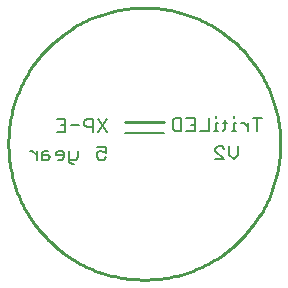
<source format=gbo>
G75*
%MOIN*%
%OFA0B0*%
%FSLAX25Y25*%
%IPPOS*%
%LPD*%
%AMOC8*
5,1,8,0,0,1.08239X$1,22.5*
%
%ADD10C,0.01000*%
%ADD11C,0.00700*%
%ADD12C,0.00500*%
D10*
X0080500Y0066188D02*
X0093625Y0066188D01*
X0041762Y0059000D02*
X0041776Y0060112D01*
X0041817Y0061223D01*
X0041885Y0062332D01*
X0041980Y0063440D01*
X0042103Y0064545D01*
X0042252Y0065647D01*
X0042429Y0066745D01*
X0042632Y0067838D01*
X0042863Y0068925D01*
X0043120Y0070007D01*
X0043403Y0071082D01*
X0043713Y0072150D01*
X0044048Y0073210D01*
X0044410Y0074261D01*
X0044797Y0075303D01*
X0045210Y0076336D01*
X0045648Y0077357D01*
X0046111Y0078368D01*
X0046599Y0079367D01*
X0047111Y0080354D01*
X0047647Y0081328D01*
X0048207Y0082289D01*
X0048790Y0083235D01*
X0049396Y0084167D01*
X0050025Y0085084D01*
X0050677Y0085985D01*
X0051350Y0086870D01*
X0052045Y0087738D01*
X0052760Y0088589D01*
X0053497Y0089422D01*
X0054254Y0090236D01*
X0055030Y0091032D01*
X0055826Y0091808D01*
X0056640Y0092565D01*
X0057473Y0093302D01*
X0058324Y0094017D01*
X0059192Y0094712D01*
X0060077Y0095385D01*
X0060978Y0096037D01*
X0061895Y0096666D01*
X0062827Y0097272D01*
X0063773Y0097855D01*
X0064734Y0098415D01*
X0065708Y0098951D01*
X0066695Y0099463D01*
X0067694Y0099951D01*
X0068705Y0100414D01*
X0069726Y0100852D01*
X0070759Y0101265D01*
X0071801Y0101652D01*
X0072852Y0102014D01*
X0073912Y0102349D01*
X0074980Y0102659D01*
X0076055Y0102942D01*
X0077137Y0103199D01*
X0078224Y0103430D01*
X0079317Y0103633D01*
X0080415Y0103810D01*
X0081517Y0103959D01*
X0082622Y0104082D01*
X0083730Y0104177D01*
X0084839Y0104245D01*
X0085950Y0104286D01*
X0087062Y0104300D01*
X0088174Y0104286D01*
X0089285Y0104245D01*
X0090394Y0104177D01*
X0091502Y0104082D01*
X0092607Y0103959D01*
X0093709Y0103810D01*
X0094807Y0103633D01*
X0095900Y0103430D01*
X0096987Y0103199D01*
X0098069Y0102942D01*
X0099144Y0102659D01*
X0100212Y0102349D01*
X0101272Y0102014D01*
X0102323Y0101652D01*
X0103365Y0101265D01*
X0104398Y0100852D01*
X0105419Y0100414D01*
X0106430Y0099951D01*
X0107429Y0099463D01*
X0108416Y0098951D01*
X0109390Y0098415D01*
X0110351Y0097855D01*
X0111297Y0097272D01*
X0112229Y0096666D01*
X0113146Y0096037D01*
X0114047Y0095385D01*
X0114932Y0094712D01*
X0115800Y0094017D01*
X0116651Y0093302D01*
X0117484Y0092565D01*
X0118298Y0091808D01*
X0119094Y0091032D01*
X0119870Y0090236D01*
X0120627Y0089422D01*
X0121364Y0088589D01*
X0122079Y0087738D01*
X0122774Y0086870D01*
X0123447Y0085985D01*
X0124099Y0085084D01*
X0124728Y0084167D01*
X0125334Y0083235D01*
X0125917Y0082289D01*
X0126477Y0081328D01*
X0127013Y0080354D01*
X0127525Y0079367D01*
X0128013Y0078368D01*
X0128476Y0077357D01*
X0128914Y0076336D01*
X0129327Y0075303D01*
X0129714Y0074261D01*
X0130076Y0073210D01*
X0130411Y0072150D01*
X0130721Y0071082D01*
X0131004Y0070007D01*
X0131261Y0068925D01*
X0131492Y0067838D01*
X0131695Y0066745D01*
X0131872Y0065647D01*
X0132021Y0064545D01*
X0132144Y0063440D01*
X0132239Y0062332D01*
X0132307Y0061223D01*
X0132348Y0060112D01*
X0132362Y0059000D01*
X0132348Y0057888D01*
X0132307Y0056777D01*
X0132239Y0055668D01*
X0132144Y0054560D01*
X0132021Y0053455D01*
X0131872Y0052353D01*
X0131695Y0051255D01*
X0131492Y0050162D01*
X0131261Y0049075D01*
X0131004Y0047993D01*
X0130721Y0046918D01*
X0130411Y0045850D01*
X0130076Y0044790D01*
X0129714Y0043739D01*
X0129327Y0042697D01*
X0128914Y0041664D01*
X0128476Y0040643D01*
X0128013Y0039632D01*
X0127525Y0038633D01*
X0127013Y0037646D01*
X0126477Y0036672D01*
X0125917Y0035711D01*
X0125334Y0034765D01*
X0124728Y0033833D01*
X0124099Y0032916D01*
X0123447Y0032015D01*
X0122774Y0031130D01*
X0122079Y0030262D01*
X0121364Y0029411D01*
X0120627Y0028578D01*
X0119870Y0027764D01*
X0119094Y0026968D01*
X0118298Y0026192D01*
X0117484Y0025435D01*
X0116651Y0024698D01*
X0115800Y0023983D01*
X0114932Y0023288D01*
X0114047Y0022615D01*
X0113146Y0021963D01*
X0112229Y0021334D01*
X0111297Y0020728D01*
X0110351Y0020145D01*
X0109390Y0019585D01*
X0108416Y0019049D01*
X0107429Y0018537D01*
X0106430Y0018049D01*
X0105419Y0017586D01*
X0104398Y0017148D01*
X0103365Y0016735D01*
X0102323Y0016348D01*
X0101272Y0015986D01*
X0100212Y0015651D01*
X0099144Y0015341D01*
X0098069Y0015058D01*
X0096987Y0014801D01*
X0095900Y0014570D01*
X0094807Y0014367D01*
X0093709Y0014190D01*
X0092607Y0014041D01*
X0091502Y0013918D01*
X0090394Y0013823D01*
X0089285Y0013755D01*
X0088174Y0013714D01*
X0087062Y0013700D01*
X0085950Y0013714D01*
X0084839Y0013755D01*
X0083730Y0013823D01*
X0082622Y0013918D01*
X0081517Y0014041D01*
X0080415Y0014190D01*
X0079317Y0014367D01*
X0078224Y0014570D01*
X0077137Y0014801D01*
X0076055Y0015058D01*
X0074980Y0015341D01*
X0073912Y0015651D01*
X0072852Y0015986D01*
X0071801Y0016348D01*
X0070759Y0016735D01*
X0069726Y0017148D01*
X0068705Y0017586D01*
X0067694Y0018049D01*
X0066695Y0018537D01*
X0065708Y0019049D01*
X0064734Y0019585D01*
X0063773Y0020145D01*
X0062827Y0020728D01*
X0061895Y0021334D01*
X0060978Y0021963D01*
X0060077Y0022615D01*
X0059192Y0023288D01*
X0058324Y0023983D01*
X0057473Y0024698D01*
X0056640Y0025435D01*
X0055826Y0026192D01*
X0055030Y0026968D01*
X0054254Y0027764D01*
X0053497Y0028578D01*
X0052760Y0029411D01*
X0052045Y0030262D01*
X0051350Y0031130D01*
X0050677Y0032015D01*
X0050025Y0032916D01*
X0049396Y0033833D01*
X0048790Y0034765D01*
X0048207Y0035711D01*
X0047647Y0036672D01*
X0047111Y0037646D01*
X0046599Y0038633D01*
X0046111Y0039632D01*
X0045648Y0040643D01*
X0045210Y0041664D01*
X0044797Y0042697D01*
X0044410Y0043739D01*
X0044048Y0044790D01*
X0043713Y0045850D01*
X0043403Y0046918D01*
X0043120Y0047993D01*
X0042863Y0049075D01*
X0042632Y0050162D01*
X0042429Y0051255D01*
X0042252Y0052353D01*
X0042103Y0053455D01*
X0041980Y0054560D01*
X0041885Y0055668D01*
X0041817Y0056777D01*
X0041776Y0057888D01*
X0041762Y0059000D01*
D11*
X0062136Y0053008D02*
X0062853Y0052290D01*
X0063570Y0052290D01*
X0062136Y0053008D02*
X0062136Y0056594D01*
X0060401Y0055877D02*
X0060401Y0054442D01*
X0059683Y0053725D01*
X0058249Y0053725D01*
X0057532Y0055160D02*
X0060401Y0055160D01*
X0060401Y0055877D02*
X0059683Y0056594D01*
X0058249Y0056594D01*
X0057532Y0055877D01*
X0057532Y0055160D01*
X0055797Y0054442D02*
X0055080Y0055160D01*
X0052928Y0055160D01*
X0052928Y0055877D02*
X0052928Y0053725D01*
X0055080Y0053725D01*
X0055797Y0054442D01*
X0055080Y0056594D02*
X0053645Y0056594D01*
X0052928Y0055877D01*
X0051193Y0056594D02*
X0051193Y0053725D01*
X0051193Y0055160D02*
X0049758Y0056594D01*
X0049041Y0056594D01*
X0057919Y0063012D02*
X0060788Y0063012D01*
X0060788Y0067316D01*
X0057919Y0067316D01*
X0059354Y0065164D02*
X0060788Y0065164D01*
X0062523Y0065164D02*
X0065392Y0065164D01*
X0067127Y0065164D02*
X0067127Y0066599D01*
X0067844Y0067316D01*
X0069996Y0067316D01*
X0069996Y0063012D01*
X0069996Y0064447D02*
X0067844Y0064447D01*
X0067127Y0065164D01*
X0071731Y0063012D02*
X0074600Y0067316D01*
X0071731Y0067316D02*
X0074600Y0063012D01*
X0074213Y0058029D02*
X0071343Y0058029D01*
X0072061Y0056594D02*
X0071343Y0055877D01*
X0071343Y0054442D01*
X0072061Y0053725D01*
X0073495Y0053725D01*
X0074213Y0054442D01*
X0074213Y0055877D02*
X0072778Y0056594D01*
X0072061Y0056594D01*
X0074213Y0055877D02*
X0074213Y0058029D01*
X0065005Y0056594D02*
X0065005Y0054442D01*
X0064287Y0053725D01*
X0062136Y0053725D01*
X0096500Y0063880D02*
X0096500Y0066749D01*
X0097217Y0067466D01*
X0099369Y0067466D01*
X0099369Y0063162D01*
X0097217Y0063162D01*
X0096500Y0063880D01*
X0101104Y0063162D02*
X0103973Y0063162D01*
X0103973Y0067466D01*
X0101104Y0067466D01*
X0102538Y0065314D02*
X0103973Y0065314D01*
X0105708Y0063162D02*
X0108577Y0063162D01*
X0108577Y0067466D01*
X0110929Y0067466D02*
X0110929Y0068183D01*
X0110929Y0066032D02*
X0110929Y0063162D01*
X0111646Y0063162D02*
X0110211Y0063162D01*
X0113281Y0063162D02*
X0113998Y0063880D01*
X0113998Y0066749D01*
X0114715Y0066032D02*
X0113281Y0066032D01*
X0111646Y0066032D02*
X0110929Y0066032D01*
X0116350Y0063162D02*
X0117784Y0063162D01*
X0117067Y0063162D02*
X0117067Y0066032D01*
X0117784Y0066032D01*
X0117067Y0067466D02*
X0117067Y0068183D01*
X0119469Y0066032D02*
X0120187Y0066032D01*
X0121621Y0064597D01*
X0121621Y0063162D02*
X0121621Y0066032D01*
X0123356Y0067466D02*
X0126225Y0067466D01*
X0124790Y0067466D02*
X0124790Y0063162D01*
X0118250Y0058104D02*
X0118250Y0055235D01*
X0116815Y0053800D01*
X0115381Y0055235D01*
X0115381Y0058104D01*
X0113646Y0057386D02*
X0112929Y0058104D01*
X0111494Y0058104D01*
X0110777Y0057386D01*
X0110777Y0056669D01*
X0113646Y0053800D01*
X0110777Y0053800D01*
D12*
X0093562Y0062500D02*
X0080563Y0062500D01*
M02*

</source>
